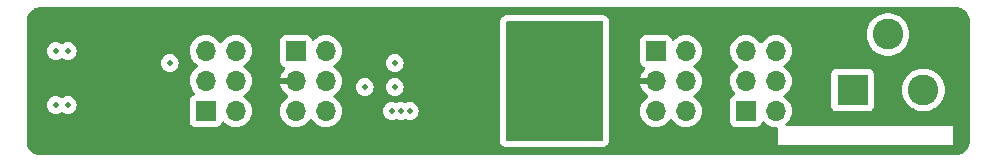
<source format=gbr>
%TF.GenerationSoftware,KiCad,Pcbnew,8.0.4*%
%TF.CreationDate,2024-11-15T14:07:30-05:00*%
%TF.ProjectId,BarrelJackAdapter,42617272-656c-44a6-9163-6b4164617074,rev?*%
%TF.SameCoordinates,Original*%
%TF.FileFunction,Copper,L3,Inr*%
%TF.FilePolarity,Positive*%
%FSLAX46Y46*%
G04 Gerber Fmt 4.6, Leading zero omitted, Abs format (unit mm)*
G04 Created by KiCad (PCBNEW 8.0.4) date 2024-11-15 14:07:30*
%MOMM*%
%LPD*%
G01*
G04 APERTURE LIST*
%TA.AperFunction,ComponentPad*%
%ADD10R,1.700000X1.700000*%
%TD*%
%TA.AperFunction,ComponentPad*%
%ADD11O,1.700000X1.700000*%
%TD*%
%TA.AperFunction,ComponentPad*%
%ADD12R,2.600000X2.600000*%
%TD*%
%TA.AperFunction,ComponentPad*%
%ADD13C,2.600000*%
%TD*%
%TA.AperFunction,ViaPad*%
%ADD14C,0.500000*%
%TD*%
G04 APERTURE END LIST*
D10*
%TO.N,unconnected-(J3-Pin_1-Pad1)*%
%TO.C,J3*%
X124460000Y-68580000D03*
D11*
%TO.N,+9V*%
X127000000Y-68580000D03*
%TO.N,+3.3V*%
X124460000Y-71120000D03*
%TO.N,/Vleft*%
X127000000Y-71120000D03*
%TO.N,unconnected-(J3-Pin_5-Pad5)*%
X124460000Y-73660000D03*
%TO.N,+5V*%
X127000000Y-73660000D03*
%TD*%
D10*
%TO.N,unconnected-(J5-Pin_1-Pad1)*%
%TO.C,J5*%
X154940000Y-68580000D03*
D11*
%TO.N,+9V*%
X157480000Y-68580000D03*
%TO.N,+3.3V*%
X154940000Y-71120000D03*
%TO.N,/Vright*%
X157480000Y-71120000D03*
%TO.N,unconnected-(J5-Pin_5-Pad5)*%
X154940000Y-73660000D03*
%TO.N,+5V*%
X157480000Y-73660000D03*
%TD*%
D12*
%TO.N,+9V*%
%TO.C,J1*%
X171600000Y-71870000D03*
D13*
%TO.N,GND*%
X177600000Y-71870000D03*
X174600000Y-67170000D03*
%TD*%
D10*
%TO.N,/Vright*%
%TO.C,J4*%
X162560000Y-73645000D03*
D11*
%TO.N,GND*%
X165100000Y-73645000D03*
%TO.N,/Vright*%
X162560000Y-71105000D03*
%TO.N,GND*%
X165100000Y-71105000D03*
%TO.N,/Vright*%
X162560000Y-68565000D03*
%TO.N,GND*%
X165100000Y-68565000D03*
%TD*%
D10*
%TO.N,/Vleft*%
%TO.C,J2*%
X116835000Y-73645000D03*
D11*
%TO.N,GND*%
X119375000Y-73645000D03*
%TO.N,/Vleft*%
X116835000Y-71105000D03*
%TO.N,GND*%
X119375000Y-71105000D03*
%TO.N,/Vleft*%
X116835000Y-68565000D03*
%TO.N,GND*%
X119375000Y-68565000D03*
%TD*%
D14*
%TO.N,GND*%
X104140000Y-68580000D03*
X143256000Y-70358000D03*
X145796000Y-70358000D03*
X147066000Y-74422000D03*
X148336000Y-72390000D03*
X148336000Y-70358000D03*
X147066000Y-71374000D03*
X132842000Y-71628000D03*
X144526000Y-69342000D03*
X145796000Y-72390000D03*
X145796000Y-74422000D03*
X144526000Y-68326000D03*
X145796000Y-69342000D03*
X144526000Y-70358000D03*
X105156000Y-68580000D03*
X149606000Y-72390000D03*
X148336000Y-68326000D03*
X113792000Y-69596000D03*
X148336000Y-73406000D03*
X149606000Y-71374000D03*
X149606000Y-74422000D03*
X147066000Y-69342000D03*
X149606000Y-70358000D03*
X147066000Y-68326000D03*
X145796000Y-68326000D03*
X144526000Y-74422000D03*
X143256000Y-68326000D03*
X148336000Y-71374000D03*
X143256000Y-73406000D03*
X145796000Y-67310000D03*
X148336000Y-69342000D03*
X143256000Y-74422000D03*
X143256000Y-69342000D03*
X149606000Y-67310000D03*
X143256000Y-67310000D03*
X143256000Y-71374000D03*
X149606000Y-73406000D03*
X145796000Y-73406000D03*
X145796000Y-71374000D03*
X147066000Y-73406000D03*
X144526000Y-67310000D03*
X149606000Y-69342000D03*
X144526000Y-73406000D03*
X147066000Y-67310000D03*
X144526000Y-71374000D03*
X147066000Y-72390000D03*
X149606000Y-68326000D03*
X143256000Y-72390000D03*
X132842000Y-69596000D03*
X148336000Y-74422000D03*
X148336000Y-67310000D03*
X144526000Y-72390000D03*
X147066000Y-70358000D03*
%TO.N,+5V*%
X132588000Y-73660000D03*
X134112000Y-73660000D03*
X130302000Y-71628000D03*
X105156000Y-73152000D03*
X133350000Y-73660000D03*
X104140000Y-73152000D03*
%TO.N,+3.3V*%
X113792000Y-71882000D03*
X111252000Y-70104000D03*
X111252000Y-71120000D03*
X111252000Y-72136000D03*
X110744000Y-71628000D03*
X110744000Y-70612000D03*
X110744000Y-69596000D03*
X104140000Y-70866000D03*
X105156000Y-70866000D03*
%TD*%
%TA.AperFunction,Conductor*%
%TO.N,+3.3V*%
G36*
X180344853Y-64845882D02*
G01*
X180374568Y-64848220D01*
X180517136Y-64859440D01*
X180536346Y-64862483D01*
X180699638Y-64901686D01*
X180718130Y-64907694D01*
X180841090Y-64958626D01*
X180873277Y-64971959D01*
X180890614Y-64980793D01*
X181033786Y-65068529D01*
X181049527Y-65079965D01*
X181177217Y-65189022D01*
X181190977Y-65202782D01*
X181300034Y-65330472D01*
X181311470Y-65346213D01*
X181399206Y-65489385D01*
X181408040Y-65506722D01*
X181472302Y-65661862D01*
X181478315Y-65680368D01*
X181517515Y-65843648D01*
X181520559Y-65862866D01*
X181534118Y-66035146D01*
X181534500Y-66044875D01*
X181534500Y-76195124D01*
X181534118Y-76204853D01*
X181520559Y-76377133D01*
X181517515Y-76396351D01*
X181478315Y-76559631D01*
X181472302Y-76578137D01*
X181408040Y-76733277D01*
X181399206Y-76750614D01*
X181311470Y-76893786D01*
X181300034Y-76909527D01*
X181190977Y-77037217D01*
X181177217Y-77050977D01*
X181049527Y-77160034D01*
X181033786Y-77171470D01*
X180890614Y-77259206D01*
X180873277Y-77268040D01*
X180718137Y-77332302D01*
X180699631Y-77338315D01*
X180536351Y-77377515D01*
X180517133Y-77380559D01*
X180344854Y-77394118D01*
X180335125Y-77394500D01*
X102874875Y-77394500D01*
X102865146Y-77394118D01*
X102692866Y-77380559D01*
X102673648Y-77377515D01*
X102510368Y-77338315D01*
X102491862Y-77332302D01*
X102336722Y-77268040D01*
X102319385Y-77259206D01*
X102176213Y-77171470D01*
X102160472Y-77160034D01*
X102032782Y-77050977D01*
X102019022Y-77037217D01*
X101909965Y-76909527D01*
X101898529Y-76893786D01*
X101810793Y-76750614D01*
X101801959Y-76733277D01*
X101781025Y-76682739D01*
X101737694Y-76578130D01*
X101731686Y-76559638D01*
X101692483Y-76396346D01*
X101689440Y-76377132D01*
X101686321Y-76337504D01*
X101676950Y-76218420D01*
X101675882Y-76204852D01*
X101675500Y-76195124D01*
X101675500Y-73151997D01*
X103384751Y-73151997D01*
X103384751Y-73152002D01*
X103403685Y-73320056D01*
X103459545Y-73479694D01*
X103459547Y-73479697D01*
X103549518Y-73622884D01*
X103549523Y-73622890D01*
X103669109Y-73742476D01*
X103669115Y-73742481D01*
X103812302Y-73832452D01*
X103812305Y-73832454D01*
X103812309Y-73832455D01*
X103812310Y-73832456D01*
X103884913Y-73857860D01*
X103971943Y-73888314D01*
X104139997Y-73907249D01*
X104140000Y-73907249D01*
X104140003Y-73907249D01*
X104308056Y-73888314D01*
X104330650Y-73880408D01*
X104467690Y-73832456D01*
X104582027Y-73760613D01*
X104649264Y-73741612D01*
X104713973Y-73760613D01*
X104821307Y-73828056D01*
X104828307Y-73832454D01*
X104828305Y-73832454D01*
X104828309Y-73832455D01*
X104828310Y-73832456D01*
X104900913Y-73857860D01*
X104987943Y-73888314D01*
X105155997Y-73907249D01*
X105156000Y-73907249D01*
X105156003Y-73907249D01*
X105324056Y-73888314D01*
X105346650Y-73880408D01*
X105483690Y-73832456D01*
X105483692Y-73832454D01*
X105483694Y-73832454D01*
X105483697Y-73832452D01*
X105626884Y-73742481D01*
X105626885Y-73742480D01*
X105626890Y-73742477D01*
X105746477Y-73622890D01*
X105752193Y-73613793D01*
X105836452Y-73479697D01*
X105836454Y-73479694D01*
X105836454Y-73479692D01*
X105836456Y-73479690D01*
X105892313Y-73320059D01*
X105892313Y-73320058D01*
X105892314Y-73320056D01*
X105911249Y-73152002D01*
X105911249Y-73151997D01*
X105892314Y-72983943D01*
X105836454Y-72824305D01*
X105836452Y-72824302D01*
X105746481Y-72681115D01*
X105746476Y-72681109D01*
X105626890Y-72561523D01*
X105626884Y-72561518D01*
X105483697Y-72471547D01*
X105483694Y-72471545D01*
X105324056Y-72415685D01*
X105156003Y-72396751D01*
X105155997Y-72396751D01*
X104987943Y-72415685D01*
X104828307Y-72471545D01*
X104713972Y-72543387D01*
X104646735Y-72562387D01*
X104582028Y-72543387D01*
X104467692Y-72471545D01*
X104467691Y-72471544D01*
X104467690Y-72471544D01*
X104429370Y-72458135D01*
X104308056Y-72415685D01*
X104140003Y-72396751D01*
X104139997Y-72396751D01*
X103971943Y-72415685D01*
X103812305Y-72471545D01*
X103812302Y-72471547D01*
X103669115Y-72561518D01*
X103669109Y-72561523D01*
X103549523Y-72681109D01*
X103549518Y-72681115D01*
X103459547Y-72824302D01*
X103459545Y-72824305D01*
X103403685Y-72983943D01*
X103384751Y-73151997D01*
X101675500Y-73151997D01*
X101675500Y-69595997D01*
X113036751Y-69595997D01*
X113036751Y-69596002D01*
X113055685Y-69764056D01*
X113111545Y-69923694D01*
X113111547Y-69923697D01*
X113201518Y-70066884D01*
X113201523Y-70066890D01*
X113321109Y-70186476D01*
X113321115Y-70186481D01*
X113464302Y-70276452D01*
X113464305Y-70276454D01*
X113464309Y-70276455D01*
X113464310Y-70276456D01*
X113536913Y-70301860D01*
X113623943Y-70332314D01*
X113791997Y-70351249D01*
X113792000Y-70351249D01*
X113792003Y-70351249D01*
X113960056Y-70332314D01*
X113973345Y-70327664D01*
X114119690Y-70276456D01*
X114119692Y-70276454D01*
X114119694Y-70276454D01*
X114119697Y-70276452D01*
X114262884Y-70186481D01*
X114262885Y-70186480D01*
X114262890Y-70186477D01*
X114382477Y-70066890D01*
X114382481Y-70066884D01*
X114472452Y-69923697D01*
X114472454Y-69923694D01*
X114472454Y-69923692D01*
X114472456Y-69923690D01*
X114528313Y-69764059D01*
X114528313Y-69764058D01*
X114528314Y-69764056D01*
X114547249Y-69596002D01*
X114547249Y-69595997D01*
X114528314Y-69427943D01*
X114472454Y-69268305D01*
X114472452Y-69268302D01*
X114382481Y-69125115D01*
X114382476Y-69125109D01*
X114262890Y-69005523D01*
X114262884Y-69005518D01*
X114119697Y-68915547D01*
X114119694Y-68915545D01*
X113960056Y-68859685D01*
X113792003Y-68840751D01*
X113791997Y-68840751D01*
X113623943Y-68859685D01*
X113464305Y-68915545D01*
X113464302Y-68915547D01*
X113321115Y-69005518D01*
X113321109Y-69005523D01*
X113201523Y-69125109D01*
X113201518Y-69125115D01*
X113111547Y-69268302D01*
X113111545Y-69268305D01*
X113055685Y-69427943D01*
X113036751Y-69595997D01*
X101675500Y-69595997D01*
X101675500Y-68579997D01*
X103384751Y-68579997D01*
X103384751Y-68580002D01*
X103403685Y-68748056D01*
X103459545Y-68907694D01*
X103459547Y-68907697D01*
X103549518Y-69050884D01*
X103549523Y-69050890D01*
X103669109Y-69170476D01*
X103669115Y-69170481D01*
X103812302Y-69260452D01*
X103812305Y-69260454D01*
X103812309Y-69260455D01*
X103812310Y-69260456D01*
X103834756Y-69268310D01*
X103971943Y-69316314D01*
X104139997Y-69335249D01*
X104140000Y-69335249D01*
X104140003Y-69335249D01*
X104308056Y-69316314D01*
X104308059Y-69316313D01*
X104467690Y-69260456D01*
X104582027Y-69188613D01*
X104649264Y-69169612D01*
X104713973Y-69188613D01*
X104813009Y-69250842D01*
X104828307Y-69260454D01*
X104828305Y-69260454D01*
X104828309Y-69260455D01*
X104828310Y-69260456D01*
X104850756Y-69268310D01*
X104987943Y-69316314D01*
X105155997Y-69335249D01*
X105156000Y-69335249D01*
X105156003Y-69335249D01*
X105324056Y-69316314D01*
X105324059Y-69316313D01*
X105483690Y-69260456D01*
X105483692Y-69260454D01*
X105483694Y-69260454D01*
X105483697Y-69260452D01*
X105626884Y-69170481D01*
X105626885Y-69170480D01*
X105626890Y-69170477D01*
X105746477Y-69050890D01*
X105746481Y-69050884D01*
X105836452Y-68907697D01*
X105836454Y-68907694D01*
X105836454Y-68907692D01*
X105836456Y-68907690D01*
X105892313Y-68748059D01*
X105892313Y-68748058D01*
X105892314Y-68748056D01*
X105911249Y-68580002D01*
X105911249Y-68579997D01*
X105909559Y-68564999D01*
X115479341Y-68564999D01*
X115479341Y-68565000D01*
X115499936Y-68800403D01*
X115499938Y-68800413D01*
X115561094Y-69028655D01*
X115561096Y-69028659D01*
X115561097Y-69028663D01*
X115626823Y-69169612D01*
X115660965Y-69242830D01*
X115660967Y-69242834D01*
X115769281Y-69397521D01*
X115796501Y-69436396D01*
X115796506Y-69436402D01*
X115963597Y-69603493D01*
X115963603Y-69603498D01*
X116149158Y-69733425D01*
X116192783Y-69788002D01*
X116199977Y-69857500D01*
X116168454Y-69919855D01*
X116149158Y-69936575D01*
X115963597Y-70066505D01*
X115796505Y-70233597D01*
X115660965Y-70427169D01*
X115660964Y-70427171D01*
X115561098Y-70641335D01*
X115561094Y-70641344D01*
X115499938Y-70869586D01*
X115499936Y-70869596D01*
X115479341Y-71104999D01*
X115479341Y-71105000D01*
X115499936Y-71340403D01*
X115499938Y-71340413D01*
X115561094Y-71568655D01*
X115561096Y-71568659D01*
X115561097Y-71568663D01*
X115641004Y-71740023D01*
X115660965Y-71782830D01*
X115660967Y-71782834D01*
X115722002Y-71870000D01*
X115796501Y-71976396D01*
X115796506Y-71976402D01*
X115918430Y-72098326D01*
X115951915Y-72159649D01*
X115946931Y-72229341D01*
X115905059Y-72285274D01*
X115874083Y-72302189D01*
X115742669Y-72351203D01*
X115742664Y-72351206D01*
X115627455Y-72437452D01*
X115627452Y-72437455D01*
X115541206Y-72552664D01*
X115541202Y-72552671D01*
X115490908Y-72687517D01*
X115484501Y-72747116D01*
X115484500Y-72747135D01*
X115484500Y-74542870D01*
X115484501Y-74542876D01*
X115490908Y-74602483D01*
X115541202Y-74737328D01*
X115541206Y-74737335D01*
X115627452Y-74852544D01*
X115627455Y-74852547D01*
X115742664Y-74938793D01*
X115742671Y-74938797D01*
X115877517Y-74989091D01*
X115877516Y-74989091D01*
X115884444Y-74989835D01*
X115937127Y-74995500D01*
X117732872Y-74995499D01*
X117792483Y-74989091D01*
X117927331Y-74938796D01*
X118042546Y-74852546D01*
X118128796Y-74737331D01*
X118177810Y-74605916D01*
X118219681Y-74549984D01*
X118285145Y-74525566D01*
X118353418Y-74540417D01*
X118381673Y-74561569D01*
X118503599Y-74683495D01*
X118600384Y-74751265D01*
X118697165Y-74819032D01*
X118697167Y-74819033D01*
X118697170Y-74819035D01*
X118911337Y-74918903D01*
X119139592Y-74980063D01*
X119316034Y-74995500D01*
X119374999Y-75000659D01*
X119375000Y-75000659D01*
X119375001Y-75000659D01*
X119414234Y-74997226D01*
X119610408Y-74980063D01*
X119838663Y-74918903D01*
X120052830Y-74819035D01*
X120246401Y-74683495D01*
X120413495Y-74516401D01*
X120549035Y-74322830D01*
X120648903Y-74108663D01*
X120710063Y-73880408D01*
X120729347Y-73659999D01*
X123104341Y-73659999D01*
X123104341Y-73660000D01*
X123124936Y-73895403D01*
X123124938Y-73895413D01*
X123186094Y-74123655D01*
X123186096Y-74123659D01*
X123186097Y-74123663D01*
X123263505Y-74289664D01*
X123285965Y-74337830D01*
X123285967Y-74337834D01*
X123340174Y-74415249D01*
X123421505Y-74531401D01*
X123588599Y-74698495D01*
X123685384Y-74766265D01*
X123782165Y-74834032D01*
X123782167Y-74834033D01*
X123782170Y-74834035D01*
X123996337Y-74933903D01*
X124224592Y-74995063D01*
X124399422Y-75010359D01*
X124459999Y-75015659D01*
X124460000Y-75015659D01*
X124460001Y-75015659D01*
X124499234Y-75012226D01*
X124695408Y-74995063D01*
X124923663Y-74933903D01*
X125137830Y-74834035D01*
X125331401Y-74698495D01*
X125498495Y-74531401D01*
X125628425Y-74345842D01*
X125683002Y-74302217D01*
X125752500Y-74295023D01*
X125814855Y-74326546D01*
X125831575Y-74345842D01*
X125961500Y-74531395D01*
X125961505Y-74531401D01*
X126128599Y-74698495D01*
X126225384Y-74766265D01*
X126322165Y-74834032D01*
X126322167Y-74834033D01*
X126322170Y-74834035D01*
X126536337Y-74933903D01*
X126764592Y-74995063D01*
X126939422Y-75010359D01*
X126999999Y-75015659D01*
X127000000Y-75015659D01*
X127000001Y-75015659D01*
X127039234Y-75012226D01*
X127235408Y-74995063D01*
X127463663Y-74933903D01*
X127677830Y-74834035D01*
X127871401Y-74698495D01*
X128038495Y-74531401D01*
X128174035Y-74337830D01*
X128273903Y-74123663D01*
X128335063Y-73895408D01*
X128355659Y-73660000D01*
X128355659Y-73659997D01*
X131832751Y-73659997D01*
X131832751Y-73660002D01*
X131851685Y-73828056D01*
X131907545Y-73987694D01*
X131907547Y-73987697D01*
X131997518Y-74130884D01*
X131997523Y-74130890D01*
X132117109Y-74250476D01*
X132117115Y-74250481D01*
X132260302Y-74340452D01*
X132260305Y-74340454D01*
X132260309Y-74340455D01*
X132260310Y-74340456D01*
X132332913Y-74365860D01*
X132419943Y-74396314D01*
X132587997Y-74415249D01*
X132588000Y-74415249D01*
X132588003Y-74415249D01*
X132756059Y-74396313D01*
X132756061Y-74396313D01*
X132922263Y-74338156D01*
X132922717Y-74339455D01*
X132984130Y-74329339D01*
X133015589Y-74338576D01*
X133015737Y-74338156D01*
X133181939Y-74396313D01*
X133349997Y-74415249D01*
X133350000Y-74415249D01*
X133350003Y-74415249D01*
X133518059Y-74396313D01*
X133518061Y-74396313D01*
X133684263Y-74338156D01*
X133684717Y-74339455D01*
X133746130Y-74329339D01*
X133777589Y-74338576D01*
X133777737Y-74338156D01*
X133943939Y-74396313D01*
X134111997Y-74415249D01*
X134112000Y-74415249D01*
X134112003Y-74415249D01*
X134280056Y-74396314D01*
X134280059Y-74396313D01*
X134439690Y-74340456D01*
X134439692Y-74340454D01*
X134439694Y-74340454D01*
X134439697Y-74340452D01*
X134582884Y-74250481D01*
X134582885Y-74250480D01*
X134582890Y-74250477D01*
X134702477Y-74130890D01*
X134702481Y-74130884D01*
X134792452Y-73987697D01*
X134792454Y-73987694D01*
X134792454Y-73987692D01*
X134792456Y-73987690D01*
X134848313Y-73828059D01*
X134848313Y-73828058D01*
X134848314Y-73828056D01*
X134867249Y-73660002D01*
X134867249Y-73659997D01*
X134848314Y-73491943D01*
X134792454Y-73332305D01*
X134792452Y-73332302D01*
X134702481Y-73189115D01*
X134702476Y-73189109D01*
X134582890Y-73069523D01*
X134582884Y-73069518D01*
X134439697Y-72979547D01*
X134439694Y-72979545D01*
X134280056Y-72923685D01*
X134112003Y-72904751D01*
X134111997Y-72904751D01*
X133943943Y-72923685D01*
X133819676Y-72967169D01*
X133784310Y-72979544D01*
X133784308Y-72979544D01*
X133777738Y-72981844D01*
X133777284Y-72980547D01*
X133715844Y-72990656D01*
X133684408Y-72981425D01*
X133684262Y-72981844D01*
X133677691Y-72979544D01*
X133677690Y-72979544D01*
X133637664Y-72965538D01*
X133518056Y-72923685D01*
X133350003Y-72904751D01*
X133349997Y-72904751D01*
X133181943Y-72923685D01*
X133057676Y-72967169D01*
X133022310Y-72979544D01*
X133022308Y-72979544D01*
X133015738Y-72981844D01*
X133015284Y-72980547D01*
X132953844Y-72990656D01*
X132922408Y-72981425D01*
X132922262Y-72981844D01*
X132915691Y-72979544D01*
X132915690Y-72979544D01*
X132875664Y-72965538D01*
X132756056Y-72923685D01*
X132588003Y-72904751D01*
X132587997Y-72904751D01*
X132419943Y-72923685D01*
X132260305Y-72979545D01*
X132260302Y-72979547D01*
X132117115Y-73069518D01*
X132117109Y-73069523D01*
X131997523Y-73189109D01*
X131997518Y-73189115D01*
X131907547Y-73332302D01*
X131907545Y-73332305D01*
X131851685Y-73491943D01*
X131832751Y-73659997D01*
X128355659Y-73659997D01*
X128335063Y-73424592D01*
X128279674Y-73217876D01*
X128273905Y-73196344D01*
X128273904Y-73196343D01*
X128273903Y-73196337D01*
X128174035Y-72982171D01*
X128172197Y-72979545D01*
X128038494Y-72788597D01*
X127871402Y-72621506D01*
X127871396Y-72621501D01*
X127685842Y-72491575D01*
X127642217Y-72436998D01*
X127635023Y-72367500D01*
X127666546Y-72305145D01*
X127685842Y-72288425D01*
X127725983Y-72260318D01*
X127871401Y-72158495D01*
X128038495Y-71991401D01*
X128174035Y-71797830D01*
X128253230Y-71627997D01*
X129546751Y-71627997D01*
X129546751Y-71628002D01*
X129565685Y-71796056D01*
X129621545Y-71955694D01*
X129621547Y-71955697D01*
X129711518Y-72098884D01*
X129711523Y-72098890D01*
X129831109Y-72218476D01*
X129831115Y-72218481D01*
X129974302Y-72308452D01*
X129974305Y-72308454D01*
X129974309Y-72308455D01*
X129974310Y-72308456D01*
X130021410Y-72324937D01*
X130133943Y-72364314D01*
X130301997Y-72383249D01*
X130302000Y-72383249D01*
X130302003Y-72383249D01*
X130470056Y-72364314D01*
X130470059Y-72364313D01*
X130629690Y-72308456D01*
X130629692Y-72308454D01*
X130629694Y-72308454D01*
X130629697Y-72308452D01*
X130772884Y-72218481D01*
X130772885Y-72218480D01*
X130772890Y-72218477D01*
X130892477Y-72098890D01*
X130892481Y-72098884D01*
X130982452Y-71955697D01*
X130982454Y-71955694D01*
X130982454Y-71955692D01*
X130982456Y-71955690D01*
X131038313Y-71796059D01*
X131038313Y-71796058D01*
X131038314Y-71796056D01*
X131057249Y-71628002D01*
X131057249Y-71627997D01*
X132086751Y-71627997D01*
X132086751Y-71628002D01*
X132105685Y-71796056D01*
X132161545Y-71955694D01*
X132161547Y-71955697D01*
X132251518Y-72098884D01*
X132251523Y-72098890D01*
X132371109Y-72218476D01*
X132371115Y-72218481D01*
X132514302Y-72308452D01*
X132514305Y-72308454D01*
X132514309Y-72308455D01*
X132514310Y-72308456D01*
X132561410Y-72324937D01*
X132673943Y-72364314D01*
X132841997Y-72383249D01*
X132842000Y-72383249D01*
X132842003Y-72383249D01*
X133010056Y-72364314D01*
X133010059Y-72364313D01*
X133169690Y-72308456D01*
X133169692Y-72308454D01*
X133169694Y-72308454D01*
X133169697Y-72308452D01*
X133312884Y-72218481D01*
X133312885Y-72218480D01*
X133312890Y-72218477D01*
X133432477Y-72098890D01*
X133432481Y-72098884D01*
X133522452Y-71955697D01*
X133522454Y-71955694D01*
X133522454Y-71955692D01*
X133522456Y-71955690D01*
X133578313Y-71796059D01*
X133578313Y-71796058D01*
X133578314Y-71796056D01*
X133597249Y-71628002D01*
X133597249Y-71627997D01*
X133578314Y-71459943D01*
X133541737Y-71355413D01*
X133522456Y-71300310D01*
X133522455Y-71300309D01*
X133522454Y-71300305D01*
X133522452Y-71300302D01*
X133432481Y-71157115D01*
X133432476Y-71157109D01*
X133312890Y-71037523D01*
X133312884Y-71037518D01*
X133169697Y-70947547D01*
X133169694Y-70947545D01*
X133010056Y-70891685D01*
X132842003Y-70872751D01*
X132841997Y-70872751D01*
X132673943Y-70891685D01*
X132514305Y-70947545D01*
X132514302Y-70947547D01*
X132371115Y-71037518D01*
X132371109Y-71037523D01*
X132251523Y-71157109D01*
X132251518Y-71157115D01*
X132161547Y-71300302D01*
X132161545Y-71300305D01*
X132105685Y-71459943D01*
X132086751Y-71627997D01*
X131057249Y-71627997D01*
X131038314Y-71459943D01*
X131001737Y-71355413D01*
X130982456Y-71300310D01*
X130982455Y-71300309D01*
X130982454Y-71300305D01*
X130982452Y-71300302D01*
X130892481Y-71157115D01*
X130892476Y-71157109D01*
X130772890Y-71037523D01*
X130772884Y-71037518D01*
X130629697Y-70947547D01*
X130629694Y-70947545D01*
X130470056Y-70891685D01*
X130302003Y-70872751D01*
X130301997Y-70872751D01*
X130133943Y-70891685D01*
X129974305Y-70947545D01*
X129974302Y-70947547D01*
X129831115Y-71037518D01*
X129831109Y-71037523D01*
X129711523Y-71157109D01*
X129711518Y-71157115D01*
X129621547Y-71300302D01*
X129621545Y-71300305D01*
X129565685Y-71459943D01*
X129546751Y-71627997D01*
X128253230Y-71627997D01*
X128273903Y-71583663D01*
X128335063Y-71355408D01*
X128355659Y-71120000D01*
X128335063Y-70884592D01*
X128273903Y-70656337D01*
X128174035Y-70442171D01*
X128171433Y-70438454D01*
X128038494Y-70248597D01*
X127871402Y-70081506D01*
X127871396Y-70081501D01*
X127685842Y-69951575D01*
X127642217Y-69896998D01*
X127635023Y-69827500D01*
X127666546Y-69765145D01*
X127685842Y-69748425D01*
X127708026Y-69732891D01*
X127871401Y-69618495D01*
X127893899Y-69595997D01*
X132086751Y-69595997D01*
X132086751Y-69596002D01*
X132105685Y-69764056D01*
X132161545Y-69923694D01*
X132161547Y-69923697D01*
X132251518Y-70066884D01*
X132251523Y-70066890D01*
X132371109Y-70186476D01*
X132371115Y-70186481D01*
X132514302Y-70276452D01*
X132514305Y-70276454D01*
X132514309Y-70276455D01*
X132514310Y-70276456D01*
X132586913Y-70301860D01*
X132673943Y-70332314D01*
X132841997Y-70351249D01*
X132842000Y-70351249D01*
X132842003Y-70351249D01*
X133010056Y-70332314D01*
X133023345Y-70327664D01*
X133169690Y-70276456D01*
X133169692Y-70276454D01*
X133169694Y-70276454D01*
X133169697Y-70276452D01*
X133312884Y-70186481D01*
X133312885Y-70186480D01*
X133312890Y-70186477D01*
X133432477Y-70066890D01*
X133432481Y-70066884D01*
X133522452Y-69923697D01*
X133522454Y-69923694D01*
X133522454Y-69923692D01*
X133522456Y-69923690D01*
X133578313Y-69764059D01*
X133578313Y-69764058D01*
X133578314Y-69764056D01*
X133597249Y-69596002D01*
X133597249Y-69595997D01*
X133578314Y-69427943D01*
X133522454Y-69268305D01*
X133522452Y-69268302D01*
X133432481Y-69125115D01*
X133432476Y-69125109D01*
X133312890Y-69005523D01*
X133312884Y-69005518D01*
X133169697Y-68915547D01*
X133169694Y-68915545D01*
X133010056Y-68859685D01*
X132842003Y-68840751D01*
X132841997Y-68840751D01*
X132673943Y-68859685D01*
X132514305Y-68915545D01*
X132514302Y-68915547D01*
X132371115Y-69005518D01*
X132371109Y-69005523D01*
X132251523Y-69125109D01*
X132251518Y-69125115D01*
X132161547Y-69268302D01*
X132161545Y-69268305D01*
X132105685Y-69427943D01*
X132086751Y-69595997D01*
X127893899Y-69595997D01*
X128038495Y-69451401D01*
X128174035Y-69257830D01*
X128273903Y-69043663D01*
X128335063Y-68815408D01*
X128355659Y-68580000D01*
X128335063Y-68344592D01*
X128273903Y-68116337D01*
X128174035Y-67902171D01*
X128172197Y-67899545D01*
X128038494Y-67708597D01*
X127871402Y-67541506D01*
X127871395Y-67541501D01*
X127677834Y-67405967D01*
X127677830Y-67405965D01*
X127645660Y-67390964D01*
X127463663Y-67306097D01*
X127463659Y-67306096D01*
X127463655Y-67306094D01*
X127235413Y-67244938D01*
X127235403Y-67244936D01*
X127000001Y-67224341D01*
X126999999Y-67224341D01*
X126764596Y-67244936D01*
X126764586Y-67244938D01*
X126536344Y-67306094D01*
X126536335Y-67306098D01*
X126322171Y-67405964D01*
X126322169Y-67405965D01*
X126128600Y-67541503D01*
X126006673Y-67663430D01*
X125945350Y-67696914D01*
X125875658Y-67691930D01*
X125819725Y-67650058D01*
X125802810Y-67619081D01*
X125753797Y-67487671D01*
X125753793Y-67487664D01*
X125667547Y-67372455D01*
X125667544Y-67372452D01*
X125552335Y-67286206D01*
X125552328Y-67286202D01*
X125417482Y-67235908D01*
X125417483Y-67235908D01*
X125357883Y-67229501D01*
X125357881Y-67229500D01*
X125357873Y-67229500D01*
X125357864Y-67229500D01*
X123562129Y-67229500D01*
X123562123Y-67229501D01*
X123502516Y-67235908D01*
X123367671Y-67286202D01*
X123367664Y-67286206D01*
X123252455Y-67372452D01*
X123252452Y-67372455D01*
X123166206Y-67487664D01*
X123166202Y-67487671D01*
X123115908Y-67622517D01*
X123109501Y-67682116D01*
X123109500Y-67682135D01*
X123109500Y-69477870D01*
X123109501Y-69477876D01*
X123115908Y-69537483D01*
X123166202Y-69672328D01*
X123166206Y-69672335D01*
X123252452Y-69787544D01*
X123252455Y-69787547D01*
X123367664Y-69873793D01*
X123367671Y-69873797D01*
X123429877Y-69896998D01*
X123499598Y-69923002D01*
X123555531Y-69964873D01*
X123579949Y-70030337D01*
X123565098Y-70098610D01*
X123543947Y-70126865D01*
X123421886Y-70248926D01*
X123286400Y-70442420D01*
X123286399Y-70442422D01*
X123186570Y-70656507D01*
X123186567Y-70656513D01*
X123129364Y-70869999D01*
X123129364Y-70870000D01*
X124026988Y-70870000D01*
X123994075Y-70927007D01*
X123960000Y-71054174D01*
X123960000Y-71185826D01*
X123994075Y-71312993D01*
X124026988Y-71370000D01*
X123129364Y-71370000D01*
X123186567Y-71583486D01*
X123186570Y-71583492D01*
X123286399Y-71797578D01*
X123421894Y-71991082D01*
X123588917Y-72158105D01*
X123774595Y-72288119D01*
X123818219Y-72342696D01*
X123825412Y-72412195D01*
X123793890Y-72474549D01*
X123774595Y-72491269D01*
X123588594Y-72621508D01*
X123421505Y-72788597D01*
X123285965Y-72982169D01*
X123285964Y-72982171D01*
X123231913Y-73098085D01*
X123189468Y-73189109D01*
X123186098Y-73196335D01*
X123186094Y-73196344D01*
X123124938Y-73424586D01*
X123124936Y-73424596D01*
X123104341Y-73659999D01*
X120729347Y-73659999D01*
X120730659Y-73645000D01*
X120710063Y-73409592D01*
X120658695Y-73217883D01*
X120648905Y-73181344D01*
X120648904Y-73181343D01*
X120648903Y-73181337D01*
X120549035Y-72967171D01*
X120518588Y-72923687D01*
X120413494Y-72773597D01*
X120246402Y-72606506D01*
X120246396Y-72606501D01*
X120060842Y-72476575D01*
X120017217Y-72421998D01*
X120010023Y-72352500D01*
X120041546Y-72290145D01*
X120060842Y-72273425D01*
X120139310Y-72218481D01*
X120246401Y-72143495D01*
X120413495Y-71976401D01*
X120549035Y-71782830D01*
X120648903Y-71568663D01*
X120710063Y-71340408D01*
X120730659Y-71105000D01*
X120710063Y-70869592D01*
X120648903Y-70641337D01*
X120549035Y-70427171D01*
X120543425Y-70419158D01*
X120413494Y-70233597D01*
X120246402Y-70066506D01*
X120246396Y-70066501D01*
X120060842Y-69936575D01*
X120017217Y-69881998D01*
X120010023Y-69812500D01*
X120041546Y-69750145D01*
X120060842Y-69733425D01*
X120148097Y-69672328D01*
X120246401Y-69603495D01*
X120413495Y-69436401D01*
X120549035Y-69242830D01*
X120648903Y-69028663D01*
X120710063Y-68800408D01*
X120730659Y-68565000D01*
X120710063Y-68329592D01*
X120650986Y-68109110D01*
X120648905Y-68101344D01*
X120648904Y-68101343D01*
X120648903Y-68101337D01*
X120549035Y-67887171D01*
X120543425Y-67879158D01*
X120413494Y-67693597D01*
X120246402Y-67526506D01*
X120246395Y-67526501D01*
X120052834Y-67390967D01*
X120052830Y-67390965D01*
X120013129Y-67372452D01*
X119838663Y-67291097D01*
X119838659Y-67291096D01*
X119838655Y-67291094D01*
X119610413Y-67229938D01*
X119610403Y-67229936D01*
X119375001Y-67209341D01*
X119374999Y-67209341D01*
X119139596Y-67229936D01*
X119139586Y-67229938D01*
X118911344Y-67291094D01*
X118911335Y-67291098D01*
X118697171Y-67390964D01*
X118697169Y-67390965D01*
X118503597Y-67526505D01*
X118336505Y-67693597D01*
X118206575Y-67879158D01*
X118151998Y-67922783D01*
X118082500Y-67929977D01*
X118020145Y-67898454D01*
X118003425Y-67879158D01*
X117873494Y-67693597D01*
X117706402Y-67526506D01*
X117706395Y-67526501D01*
X117512834Y-67390967D01*
X117512830Y-67390965D01*
X117473129Y-67372452D01*
X117298663Y-67291097D01*
X117298659Y-67291096D01*
X117298655Y-67291094D01*
X117070413Y-67229938D01*
X117070403Y-67229936D01*
X116835001Y-67209341D01*
X116834999Y-67209341D01*
X116599596Y-67229936D01*
X116599586Y-67229938D01*
X116371344Y-67291094D01*
X116371335Y-67291098D01*
X116157171Y-67390964D01*
X116157169Y-67390965D01*
X115963597Y-67526505D01*
X115796505Y-67693597D01*
X115660965Y-67887169D01*
X115660964Y-67887171D01*
X115561098Y-68101335D01*
X115561094Y-68101344D01*
X115499938Y-68329586D01*
X115499936Y-68329596D01*
X115479341Y-68564999D01*
X105909559Y-68564999D01*
X105892314Y-68411943D01*
X105836454Y-68252305D01*
X105836452Y-68252302D01*
X105746481Y-68109115D01*
X105746476Y-68109109D01*
X105626890Y-67989523D01*
X105626884Y-67989518D01*
X105483697Y-67899547D01*
X105483694Y-67899545D01*
X105324056Y-67843685D01*
X105156003Y-67824751D01*
X105155997Y-67824751D01*
X104987943Y-67843685D01*
X104828307Y-67899545D01*
X104713972Y-67971387D01*
X104646735Y-67990387D01*
X104582028Y-67971387D01*
X104467692Y-67899545D01*
X104467691Y-67899544D01*
X104467690Y-67899544D01*
X104409430Y-67879158D01*
X104308056Y-67843685D01*
X104140003Y-67824751D01*
X104139997Y-67824751D01*
X103971943Y-67843685D01*
X103812305Y-67899545D01*
X103812302Y-67899547D01*
X103669115Y-67989518D01*
X103669109Y-67989523D01*
X103549523Y-68109109D01*
X103549518Y-68109115D01*
X103459547Y-68252302D01*
X103459545Y-68252305D01*
X103403685Y-68411943D01*
X103384751Y-68579997D01*
X101675500Y-68579997D01*
X101675500Y-66164000D01*
X141734500Y-66164000D01*
X141734500Y-76076000D01*
X141734501Y-76076009D01*
X141746052Y-76183450D01*
X141746054Y-76183462D01*
X141757260Y-76234972D01*
X141791383Y-76337497D01*
X141791386Y-76337503D01*
X141869171Y-76458537D01*
X141869179Y-76458548D01*
X141914923Y-76511340D01*
X141914926Y-76511343D01*
X141914930Y-76511347D01*
X142023664Y-76605567D01*
X142023667Y-76605568D01*
X142023668Y-76605569D01*
X142117925Y-76648616D01*
X142154541Y-76665338D01*
X142221580Y-76685023D01*
X142221584Y-76685024D01*
X142364000Y-76705500D01*
X142364003Y-76705500D01*
X150370990Y-76705500D01*
X150371000Y-76705500D01*
X150478456Y-76693947D01*
X150529967Y-76682741D01*
X150564197Y-76671347D01*
X150632497Y-76648616D01*
X150632501Y-76648613D01*
X150632504Y-76648613D01*
X150753543Y-76570825D01*
X150806347Y-76525070D01*
X150900567Y-76416336D01*
X150960338Y-76285459D01*
X150980023Y-76218420D01*
X150980024Y-76218416D01*
X151000500Y-76076000D01*
X151000500Y-73659999D01*
X153584341Y-73659999D01*
X153584341Y-73660000D01*
X153604936Y-73895403D01*
X153604938Y-73895413D01*
X153666094Y-74123655D01*
X153666096Y-74123659D01*
X153666097Y-74123663D01*
X153743505Y-74289664D01*
X153765965Y-74337830D01*
X153765967Y-74337834D01*
X153820174Y-74415249D01*
X153901505Y-74531401D01*
X154068599Y-74698495D01*
X154165384Y-74766265D01*
X154262165Y-74834032D01*
X154262167Y-74834033D01*
X154262170Y-74834035D01*
X154476337Y-74933903D01*
X154704592Y-74995063D01*
X154879422Y-75010359D01*
X154939999Y-75015659D01*
X154940000Y-75015659D01*
X154940001Y-75015659D01*
X154979234Y-75012226D01*
X155175408Y-74995063D01*
X155403663Y-74933903D01*
X155617830Y-74834035D01*
X155811401Y-74698495D01*
X155978495Y-74531401D01*
X156108425Y-74345842D01*
X156163002Y-74302217D01*
X156232500Y-74295023D01*
X156294855Y-74326546D01*
X156311575Y-74345842D01*
X156441500Y-74531395D01*
X156441505Y-74531401D01*
X156608599Y-74698495D01*
X156705384Y-74766265D01*
X156802165Y-74834032D01*
X156802167Y-74834033D01*
X156802170Y-74834035D01*
X157016337Y-74933903D01*
X157244592Y-74995063D01*
X157419422Y-75010359D01*
X157479999Y-75015659D01*
X157480000Y-75015659D01*
X157480001Y-75015659D01*
X157519234Y-75012226D01*
X157715408Y-74995063D01*
X157943663Y-74933903D01*
X158157830Y-74834035D01*
X158351401Y-74698495D01*
X158518495Y-74531401D01*
X158654035Y-74337830D01*
X158753903Y-74123663D01*
X158815063Y-73895408D01*
X158835659Y-73660000D01*
X158815063Y-73424592D01*
X158759674Y-73217876D01*
X158753905Y-73196344D01*
X158753904Y-73196343D01*
X158753903Y-73196337D01*
X158654035Y-72982171D01*
X158652197Y-72979545D01*
X158518494Y-72788597D01*
X158351402Y-72621506D01*
X158351396Y-72621501D01*
X158165842Y-72491575D01*
X158122217Y-72436998D01*
X158115023Y-72367500D01*
X158146546Y-72305145D01*
X158165842Y-72288425D01*
X158205983Y-72260318D01*
X158351401Y-72158495D01*
X158518495Y-71991401D01*
X158654035Y-71797830D01*
X158753903Y-71583663D01*
X158815063Y-71355408D01*
X158835659Y-71120000D01*
X158815063Y-70884592D01*
X158753903Y-70656337D01*
X158654035Y-70442171D01*
X158651433Y-70438454D01*
X158518494Y-70248597D01*
X158351402Y-70081506D01*
X158351396Y-70081501D01*
X158165842Y-69951575D01*
X158122217Y-69896998D01*
X158115023Y-69827500D01*
X158146546Y-69765145D01*
X158165842Y-69748425D01*
X158188026Y-69732891D01*
X158351401Y-69618495D01*
X158518495Y-69451401D01*
X158654035Y-69257830D01*
X158753903Y-69043663D01*
X158815063Y-68815408D01*
X158835659Y-68580000D01*
X158834347Y-68564999D01*
X161204341Y-68564999D01*
X161204341Y-68565000D01*
X161224936Y-68800403D01*
X161224938Y-68800413D01*
X161286094Y-69028655D01*
X161286096Y-69028659D01*
X161286097Y-69028663D01*
X161351823Y-69169612D01*
X161385965Y-69242830D01*
X161385967Y-69242834D01*
X161494281Y-69397521D01*
X161521501Y-69436396D01*
X161521506Y-69436402D01*
X161688597Y-69603493D01*
X161688603Y-69603498D01*
X161874158Y-69733425D01*
X161917783Y-69788002D01*
X161924977Y-69857500D01*
X161893454Y-69919855D01*
X161874158Y-69936575D01*
X161688597Y-70066505D01*
X161521505Y-70233597D01*
X161385965Y-70427169D01*
X161385964Y-70427171D01*
X161286098Y-70641335D01*
X161286094Y-70641344D01*
X161224938Y-70869586D01*
X161224936Y-70869596D01*
X161204341Y-71104999D01*
X161204341Y-71105000D01*
X161224936Y-71340403D01*
X161224938Y-71340413D01*
X161286094Y-71568655D01*
X161286096Y-71568659D01*
X161286097Y-71568663D01*
X161366004Y-71740023D01*
X161385965Y-71782830D01*
X161385967Y-71782834D01*
X161447002Y-71870000D01*
X161521501Y-71976396D01*
X161521506Y-71976402D01*
X161643430Y-72098326D01*
X161676915Y-72159649D01*
X161671931Y-72229341D01*
X161630059Y-72285274D01*
X161599083Y-72302189D01*
X161467669Y-72351203D01*
X161467664Y-72351206D01*
X161352455Y-72437452D01*
X161352452Y-72437455D01*
X161266206Y-72552664D01*
X161266202Y-72552671D01*
X161215908Y-72687517D01*
X161209501Y-72747116D01*
X161209500Y-72747135D01*
X161209500Y-74542870D01*
X161209501Y-74542876D01*
X161215908Y-74602483D01*
X161266202Y-74737328D01*
X161266206Y-74737335D01*
X161352452Y-74852544D01*
X161352455Y-74852547D01*
X161467664Y-74938793D01*
X161467671Y-74938797D01*
X161602517Y-74989091D01*
X161602516Y-74989091D01*
X161609444Y-74989835D01*
X161662127Y-74995500D01*
X163457872Y-74995499D01*
X163517483Y-74989091D01*
X163652331Y-74938796D01*
X163767546Y-74852546D01*
X163853796Y-74737331D01*
X163902810Y-74605916D01*
X163944681Y-74549984D01*
X164010145Y-74525566D01*
X164078418Y-74540417D01*
X164106673Y-74561569D01*
X164228599Y-74683495D01*
X164325384Y-74751265D01*
X164422165Y-74819032D01*
X164422167Y-74819033D01*
X164422170Y-74819035D01*
X164636337Y-74918903D01*
X164864592Y-74980063D01*
X165041034Y-74995500D01*
X165099999Y-75000659D01*
X165100000Y-75000659D01*
X165100001Y-75000659D01*
X165146471Y-74996593D01*
X165214971Y-75010359D01*
X165265154Y-75058974D01*
X165281279Y-75120121D01*
X165281279Y-76558652D01*
X180069797Y-76558652D01*
X180069797Y-74912944D01*
X166036992Y-74912944D01*
X165969953Y-74893259D01*
X165924198Y-74840455D01*
X165914254Y-74771297D01*
X165943279Y-74707741D01*
X165965868Y-74687369D01*
X165971401Y-74683495D01*
X166138495Y-74516401D01*
X166274035Y-74322830D01*
X166373903Y-74108663D01*
X166435063Y-73880408D01*
X166455659Y-73645000D01*
X166435063Y-73409592D01*
X166383695Y-73217883D01*
X166373905Y-73181344D01*
X166373904Y-73181343D01*
X166373903Y-73181337D01*
X166274035Y-72967171D01*
X166243588Y-72923687D01*
X166138494Y-72773597D01*
X165971402Y-72606506D01*
X165971396Y-72606501D01*
X165785842Y-72476575D01*
X165742217Y-72421998D01*
X165735023Y-72352500D01*
X165766546Y-72290145D01*
X165785842Y-72273425D01*
X165864310Y-72218481D01*
X165971401Y-72143495D01*
X166138495Y-71976401D01*
X166274035Y-71782830D01*
X166373903Y-71568663D01*
X166435063Y-71340408D01*
X166455659Y-71105000D01*
X166435063Y-70869592D01*
X166373903Y-70641337D01*
X166318318Y-70522135D01*
X169799500Y-70522135D01*
X169799500Y-73217870D01*
X169799501Y-73217876D01*
X169805908Y-73277483D01*
X169856202Y-73412328D01*
X169856206Y-73412335D01*
X169942452Y-73527544D01*
X169942455Y-73527547D01*
X170057664Y-73613793D01*
X170057671Y-73613797D01*
X170192517Y-73664091D01*
X170192516Y-73664091D01*
X170199444Y-73664835D01*
X170252127Y-73670500D01*
X172947872Y-73670499D01*
X173007483Y-73664091D01*
X173142331Y-73613796D01*
X173257546Y-73527546D01*
X173343796Y-73412331D01*
X173394091Y-73277483D01*
X173400500Y-73217873D01*
X173400499Y-71869995D01*
X175794451Y-71869995D01*
X175794451Y-71870004D01*
X175814616Y-72139101D01*
X175874664Y-72402188D01*
X175874666Y-72402195D01*
X175954852Y-72606505D01*
X175973257Y-72653398D01*
X176108185Y-72887102D01*
X176212400Y-73017783D01*
X176276442Y-73098089D01*
X176463183Y-73271358D01*
X176474259Y-73281635D01*
X176697226Y-73433651D01*
X176940359Y-73550738D01*
X177198228Y-73630280D01*
X177198229Y-73630280D01*
X177198232Y-73630281D01*
X177465063Y-73670499D01*
X177465068Y-73670499D01*
X177465071Y-73670500D01*
X177465072Y-73670500D01*
X177734928Y-73670500D01*
X177734929Y-73670500D01*
X177734936Y-73670499D01*
X178001767Y-73630281D01*
X178001768Y-73630280D01*
X178001772Y-73630280D01*
X178259641Y-73550738D01*
X178502775Y-73433651D01*
X178725741Y-73281635D01*
X178923561Y-73098085D01*
X179091815Y-72887102D01*
X179226743Y-72653398D01*
X179325334Y-72402195D01*
X179385383Y-72139103D01*
X179396451Y-71991402D01*
X179405549Y-71870004D01*
X179405549Y-71869995D01*
X179387414Y-71627997D01*
X179385383Y-71600897D01*
X179325334Y-71337805D01*
X179226743Y-71086602D01*
X179091815Y-70852898D01*
X178923561Y-70641915D01*
X178923560Y-70641914D01*
X178923557Y-70641910D01*
X178725741Y-70458365D01*
X178668235Y-70419158D01*
X178502775Y-70306349D01*
X178502769Y-70306346D01*
X178502768Y-70306345D01*
X178502767Y-70306344D01*
X178259643Y-70189263D01*
X178259645Y-70189263D01*
X178001773Y-70109720D01*
X178001767Y-70109718D01*
X177734936Y-70069500D01*
X177734929Y-70069500D01*
X177465071Y-70069500D01*
X177465063Y-70069500D01*
X177198232Y-70109718D01*
X177198226Y-70109720D01*
X176940358Y-70189262D01*
X176697230Y-70306346D01*
X176474258Y-70458365D01*
X176276442Y-70641910D01*
X176108185Y-70852898D01*
X175973258Y-71086599D01*
X175973256Y-71086603D01*
X175874666Y-71337804D01*
X175874664Y-71337811D01*
X175814616Y-71600898D01*
X175794451Y-71869995D01*
X173400499Y-71869995D01*
X173400499Y-70522128D01*
X173394091Y-70462517D01*
X173392542Y-70458365D01*
X173343797Y-70327671D01*
X173343793Y-70327664D01*
X173257547Y-70212455D01*
X173257544Y-70212452D01*
X173142335Y-70126206D01*
X173142328Y-70126202D01*
X173007482Y-70075908D01*
X173007483Y-70075908D01*
X172947883Y-70069501D01*
X172947881Y-70069500D01*
X172947873Y-70069500D01*
X172947864Y-70069500D01*
X170252129Y-70069500D01*
X170252123Y-70069501D01*
X170192516Y-70075908D01*
X170057671Y-70126202D01*
X170057664Y-70126206D01*
X169942455Y-70212452D01*
X169942452Y-70212455D01*
X169856206Y-70327664D01*
X169856202Y-70327671D01*
X169805908Y-70462517D01*
X169803447Y-70485412D01*
X169799501Y-70522123D01*
X169799500Y-70522135D01*
X166318318Y-70522135D01*
X166274035Y-70427171D01*
X166268425Y-70419158D01*
X166138494Y-70233597D01*
X165971402Y-70066506D01*
X165971396Y-70066501D01*
X165785842Y-69936575D01*
X165742217Y-69881998D01*
X165735023Y-69812500D01*
X165766546Y-69750145D01*
X165785842Y-69733425D01*
X165873097Y-69672328D01*
X165971401Y-69603495D01*
X166138495Y-69436401D01*
X166274035Y-69242830D01*
X166373903Y-69028663D01*
X166435063Y-68800408D01*
X166455659Y-68565000D01*
X166435063Y-68329592D01*
X166375986Y-68109110D01*
X166373905Y-68101344D01*
X166373904Y-68101343D01*
X166373903Y-68101337D01*
X166274035Y-67887171D01*
X166268425Y-67879158D01*
X166138494Y-67693597D01*
X165971402Y-67526506D01*
X165971395Y-67526501D01*
X165777834Y-67390967D01*
X165777830Y-67390965D01*
X165738129Y-67372452D01*
X165563663Y-67291097D01*
X165563659Y-67291096D01*
X165563655Y-67291094D01*
X165335413Y-67229938D01*
X165335403Y-67229936D01*
X165100001Y-67209341D01*
X165099999Y-67209341D01*
X164864596Y-67229936D01*
X164864586Y-67229938D01*
X164636344Y-67291094D01*
X164636335Y-67291098D01*
X164422171Y-67390964D01*
X164422169Y-67390965D01*
X164228597Y-67526505D01*
X164061505Y-67693597D01*
X163931575Y-67879158D01*
X163876998Y-67922783D01*
X163807500Y-67929977D01*
X163745145Y-67898454D01*
X163728425Y-67879158D01*
X163598494Y-67693597D01*
X163431402Y-67526506D01*
X163431395Y-67526501D01*
X163237834Y-67390967D01*
X163237830Y-67390965D01*
X163198129Y-67372452D01*
X163023663Y-67291097D01*
X163023659Y-67291096D01*
X163023655Y-67291094D01*
X162795413Y-67229938D01*
X162795403Y-67229936D01*
X162560001Y-67209341D01*
X162559999Y-67209341D01*
X162324596Y-67229936D01*
X162324586Y-67229938D01*
X162096344Y-67291094D01*
X162096335Y-67291098D01*
X161882171Y-67390964D01*
X161882169Y-67390965D01*
X161688597Y-67526505D01*
X161521505Y-67693597D01*
X161385965Y-67887169D01*
X161385964Y-67887171D01*
X161286098Y-68101335D01*
X161286094Y-68101344D01*
X161224938Y-68329586D01*
X161224936Y-68329596D01*
X161204341Y-68564999D01*
X158834347Y-68564999D01*
X158815063Y-68344592D01*
X158753903Y-68116337D01*
X158654035Y-67902171D01*
X158652197Y-67899545D01*
X158518494Y-67708597D01*
X158351402Y-67541506D01*
X158351395Y-67541501D01*
X158157834Y-67405967D01*
X158157830Y-67405965D01*
X158125660Y-67390964D01*
X157943663Y-67306097D01*
X157943659Y-67306096D01*
X157943655Y-67306094D01*
X157715413Y-67244938D01*
X157715403Y-67244936D01*
X157480001Y-67224341D01*
X157479999Y-67224341D01*
X157244596Y-67244936D01*
X157244586Y-67244938D01*
X157016344Y-67306094D01*
X157016335Y-67306098D01*
X156802171Y-67405964D01*
X156802169Y-67405965D01*
X156608600Y-67541503D01*
X156486673Y-67663430D01*
X156425350Y-67696914D01*
X156355658Y-67691930D01*
X156299725Y-67650058D01*
X156282810Y-67619081D01*
X156233797Y-67487671D01*
X156233793Y-67487664D01*
X156147547Y-67372455D01*
X156147544Y-67372452D01*
X156032335Y-67286206D01*
X156032328Y-67286202D01*
X155897482Y-67235908D01*
X155897483Y-67235908D01*
X155837883Y-67229501D01*
X155837881Y-67229500D01*
X155837873Y-67229500D01*
X155837864Y-67229500D01*
X154042129Y-67229500D01*
X154042123Y-67229501D01*
X153982516Y-67235908D01*
X153847671Y-67286202D01*
X153847664Y-67286206D01*
X153732455Y-67372452D01*
X153732452Y-67372455D01*
X153646206Y-67487664D01*
X153646202Y-67487671D01*
X153595908Y-67622517D01*
X153589501Y-67682116D01*
X153589500Y-67682135D01*
X153589500Y-69477870D01*
X153589501Y-69477876D01*
X153595908Y-69537483D01*
X153646202Y-69672328D01*
X153646206Y-69672335D01*
X153732452Y-69787544D01*
X153732455Y-69787547D01*
X153847664Y-69873793D01*
X153847671Y-69873797D01*
X153909877Y-69896998D01*
X153979598Y-69923002D01*
X154035531Y-69964873D01*
X154059949Y-70030337D01*
X154045098Y-70098610D01*
X154023947Y-70126865D01*
X153901886Y-70248926D01*
X153766400Y-70442420D01*
X153766399Y-70442422D01*
X153666570Y-70656507D01*
X153666567Y-70656513D01*
X153609364Y-70869999D01*
X153609364Y-70870000D01*
X154506988Y-70870000D01*
X154474075Y-70927007D01*
X154440000Y-71054174D01*
X154440000Y-71185826D01*
X154474075Y-71312993D01*
X154506988Y-71370000D01*
X153609364Y-71370000D01*
X153666567Y-71583486D01*
X153666570Y-71583492D01*
X153766399Y-71797578D01*
X153901894Y-71991082D01*
X154068917Y-72158105D01*
X154254595Y-72288119D01*
X154298219Y-72342696D01*
X154305412Y-72412195D01*
X154273890Y-72474549D01*
X154254595Y-72491269D01*
X154068594Y-72621508D01*
X153901505Y-72788597D01*
X153765965Y-72982169D01*
X153765964Y-72982171D01*
X153711913Y-73098085D01*
X153669468Y-73189109D01*
X153666098Y-73196335D01*
X153666094Y-73196344D01*
X153604938Y-73424586D01*
X153604936Y-73424596D01*
X153584341Y-73659999D01*
X151000500Y-73659999D01*
X151000500Y-67169995D01*
X172794451Y-67169995D01*
X172794451Y-67170004D01*
X172814616Y-67439101D01*
X172874664Y-67702188D01*
X172874666Y-67702195D01*
X172966168Y-67935337D01*
X172973257Y-67953398D01*
X173108185Y-68187102D01*
X173221821Y-68329596D01*
X173276442Y-68398089D01*
X173456330Y-68564999D01*
X173474259Y-68581635D01*
X173697226Y-68733651D01*
X173940359Y-68850738D01*
X174198228Y-68930280D01*
X174198229Y-68930280D01*
X174198232Y-68930281D01*
X174465063Y-68970499D01*
X174465068Y-68970499D01*
X174465071Y-68970500D01*
X174465072Y-68970500D01*
X174734928Y-68970500D01*
X174734929Y-68970500D01*
X174734936Y-68970499D01*
X175001767Y-68930281D01*
X175001768Y-68930280D01*
X175001772Y-68930280D01*
X175259641Y-68850738D01*
X175451765Y-68758216D01*
X175502767Y-68733655D01*
X175502767Y-68733654D01*
X175502775Y-68733651D01*
X175725741Y-68581635D01*
X175923561Y-68398085D01*
X176091815Y-68187102D01*
X176226743Y-67953398D01*
X176325334Y-67702195D01*
X176385383Y-67439103D01*
X176396474Y-67291097D01*
X176405549Y-67170004D01*
X176405549Y-67169995D01*
X176385383Y-66900898D01*
X176325335Y-66637811D01*
X176325334Y-66637805D01*
X176226743Y-66386602D01*
X176091815Y-66152898D01*
X175923561Y-65941915D01*
X175923560Y-65941914D01*
X175923557Y-65941910D01*
X175725741Y-65758365D01*
X175682170Y-65728659D01*
X175502775Y-65606349D01*
X175502769Y-65606346D01*
X175502768Y-65606345D01*
X175502767Y-65606344D01*
X175259643Y-65489263D01*
X175259645Y-65489263D01*
X175001773Y-65409720D01*
X175001767Y-65409718D01*
X174734936Y-65369500D01*
X174734929Y-65369500D01*
X174465071Y-65369500D01*
X174465063Y-65369500D01*
X174198232Y-65409718D01*
X174198226Y-65409720D01*
X173940358Y-65489262D01*
X173697230Y-65606346D01*
X173474258Y-65758365D01*
X173276442Y-65941910D01*
X173108185Y-66152898D01*
X172973258Y-66386599D01*
X172973256Y-66386603D01*
X172874666Y-66637804D01*
X172874664Y-66637811D01*
X172814616Y-66900898D01*
X172794451Y-67169995D01*
X151000500Y-67169995D01*
X151000500Y-66164000D01*
X150988947Y-66056544D01*
X150977741Y-66005033D01*
X150977637Y-66004722D01*
X150943616Y-65902502D01*
X150943613Y-65902496D01*
X150865828Y-65781462D01*
X150865825Y-65781457D01*
X150845816Y-65758365D01*
X150820076Y-65728659D01*
X150820072Y-65728656D01*
X150820070Y-65728653D01*
X150711336Y-65634433D01*
X150711333Y-65634431D01*
X150711331Y-65634430D01*
X150580465Y-65574664D01*
X150580460Y-65574662D01*
X150580459Y-65574662D01*
X150513420Y-65554977D01*
X150513422Y-65554977D01*
X150513417Y-65554976D01*
X150451347Y-65546052D01*
X150371000Y-65534500D01*
X142364000Y-65534500D01*
X142363991Y-65534500D01*
X142363990Y-65534501D01*
X142256549Y-65546052D01*
X142256537Y-65546054D01*
X142205027Y-65557260D01*
X142102502Y-65591383D01*
X142102496Y-65591386D01*
X141981462Y-65669171D01*
X141981451Y-65669179D01*
X141928659Y-65714923D01*
X141834433Y-65823664D01*
X141834430Y-65823668D01*
X141774664Y-65954534D01*
X141754976Y-66021582D01*
X141749949Y-66056549D01*
X141734500Y-66164000D01*
X101675500Y-66164000D01*
X101675500Y-66044875D01*
X101675882Y-66035147D01*
X101678252Y-66005027D01*
X101689440Y-65862861D01*
X101692482Y-65843655D01*
X101731687Y-65680357D01*
X101737693Y-65661872D01*
X101801960Y-65506719D01*
X101810793Y-65489385D01*
X101810869Y-65489262D01*
X101898530Y-65346210D01*
X101909965Y-65330472D01*
X102019027Y-65202776D01*
X102032776Y-65189027D01*
X102160475Y-65079962D01*
X102176213Y-65068529D01*
X102319388Y-64980791D01*
X102336719Y-64971960D01*
X102491872Y-64907693D01*
X102510357Y-64901687D01*
X102673655Y-64862482D01*
X102692861Y-64859440D01*
X102840383Y-64847830D01*
X102865147Y-64845882D01*
X102874875Y-64845500D01*
X102894531Y-64845500D01*
X180315469Y-64845500D01*
X180335125Y-64845500D01*
X180344853Y-64845882D01*
G37*
%TD.AperFunction*%
%TD*%
%TA.AperFunction,Conductor*%
%TO.N,GND*%
G36*
X150438039Y-66059685D02*
G01*
X150483794Y-66112489D01*
X150495000Y-66164000D01*
X150495000Y-76076000D01*
X150475315Y-76143039D01*
X150422511Y-76188794D01*
X150371000Y-76200000D01*
X142364000Y-76200000D01*
X142296961Y-76180315D01*
X142251206Y-76127511D01*
X142240000Y-76076000D01*
X142240000Y-66164000D01*
X142259685Y-66096961D01*
X142312489Y-66051206D01*
X142364000Y-66040000D01*
X150371000Y-66040000D01*
X150438039Y-66059685D01*
G37*
%TD.AperFunction*%
%TD*%
M02*

</source>
